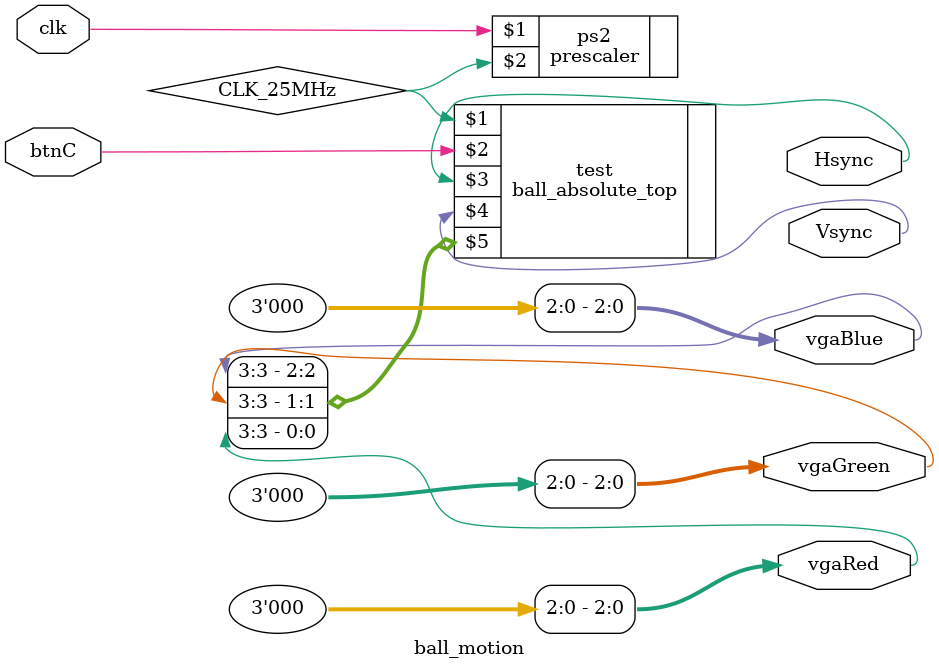
<source format=v>
/**
 * Project: ball_motion
 *
 * This is the top module that serves as an adaptor for projects in the 8 Bit Workshop
 * to be used on a Basys3 board.
 *
 */

`include "../prescaler.v"
`include "ball_absolute.v"

module ball_motion (
    input  clk,             // 25MHz clock
    input  btnC,            // reset button (center button on Basys3)
    output [3:0] vgaRed,    // VGA display signals
    output [3:0] vgaBlue,
    output [3:0] vgaGreen,
    output Hsync,
    output Vsync
);

    // zero out the top VGA color bits
    assign vgaRed[2:0] = 0;
    assign vgaBlue[2:0] = 0;
    assign vgaGreen[2:0] = 0;

    // 25MHz clock
    wire CLK_25MHz;
    prescaler #(.N(2)) ps2(clk, CLK_25MHz);
    
    // test pattern object
    ball_absolute_top test(CLK_25MHz, btnC, Hsync, Vsync, {vgaBlue[3],vgaGreen[3],vgaRed[3]});    

endmodule

</source>
